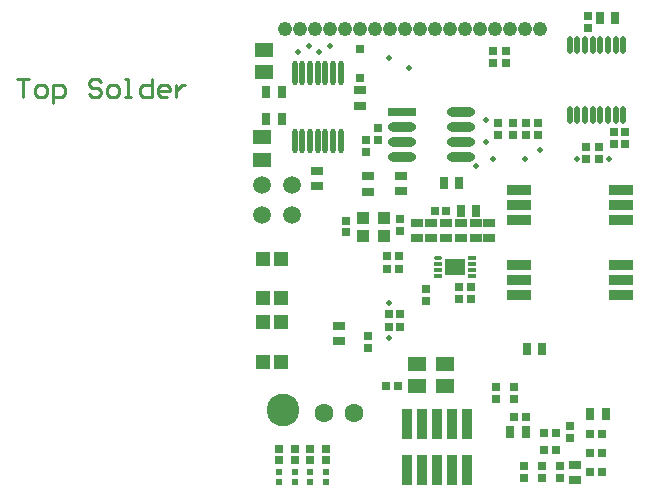
<source format=gts>
G04*
G04 #@! TF.GenerationSoftware,Altium Limited,Altium Designer,20.2.6 (244)*
G04*
G04 Layer_Color=8388736*
%FSLAX24Y24*%
%MOIN*%
G70*
G04*
G04 #@! TF.SameCoordinates,49DCD013-E9FA-4731-AA8E-B93FF918964A*
G04*
G04*
G04 #@! TF.FilePolarity,Negative*
G04*
G01*
G75*
%ADD15C,0.0100*%
%ADD22C,0.0200*%
%ADD31R,0.0236X0.0197*%
%ADD33O,0.0945X0.0315*%
%ADD34R,0.0945X0.0315*%
%ADD35R,0.0689X0.0571*%
%ADD36R,0.0295X0.0118*%
G04:AMPARAMS|DCode=37|XSize=11.8mil|YSize=29.5mil|CornerRadius=5.9mil|HoleSize=0mil|Usage=FLASHONLY|Rotation=270.000|XOffset=0mil|YOffset=0mil|HoleType=Round|Shape=RoundedRectangle|*
%AMROUNDEDRECTD37*
21,1,0.0118,0.0177,0,0,270.0*
21,1,0.0000,0.0295,0,0,270.0*
1,1,0.0118,-0.0089,0.0000*
1,1,0.0118,-0.0089,0.0000*
1,1,0.0118,0.0089,0.0000*
1,1,0.0118,0.0089,0.0000*
%
%ADD37ROUNDEDRECTD37*%
%ADD41R,0.0296X0.0257*%
%ADD42R,0.0296X0.0394*%
%ADD43O,0.0197X0.0591*%
%ADD44R,0.0591X0.0453*%
%ADD45R,0.0453X0.0493*%
%ADD46R,0.0434X0.0394*%
%ADD47O,0.0178X0.0827*%
%ADD48R,0.0591X0.0512*%
%ADD49R,0.0339X0.0985*%
%ADD50R,0.0394X0.0296*%
%ADD51R,0.0792X0.0339*%
%ADD52R,0.0308X0.0260*%
%ADD53R,0.0257X0.0296*%
%ADD54C,0.0480*%
%ADD55C,0.0590*%
%ADD56C,0.0631*%
%ADD57C,0.1090*%
D15*
X-7700Y-3152D02*
X-7301D01*
X-7500D01*
Y-3752D01*
X-7001D02*
X-6801D01*
X-6701Y-3652D01*
Y-3452D01*
X-6801Y-3352D01*
X-7001D01*
X-7101Y-3452D01*
Y-3652D01*
X-7001Y-3752D01*
X-6501Y-3952D02*
Y-3352D01*
X-6201D01*
X-6101Y-3452D01*
Y-3652D01*
X-6201Y-3752D01*
X-6501D01*
X-4901Y-3252D02*
X-5001Y-3152D01*
X-5201D01*
X-5301Y-3252D01*
Y-3352D01*
X-5201Y-3452D01*
X-5001D01*
X-4901Y-3552D01*
Y-3652D01*
X-5001Y-3752D01*
X-5201D01*
X-5301Y-3652D01*
X-4601Y-3752D02*
X-4401D01*
X-4301Y-3652D01*
Y-3452D01*
X-4401Y-3352D01*
X-4601D01*
X-4701Y-3452D01*
Y-3652D01*
X-4601Y-3752D01*
X-4102D02*
X-3902D01*
X-4002D01*
Y-3152D01*
X-4102D01*
X-3202D02*
Y-3752D01*
X-3502D01*
X-3602Y-3652D01*
Y-3452D01*
X-3502Y-3352D01*
X-3202D01*
X-2702Y-3752D02*
X-2902D01*
X-3002Y-3652D01*
Y-3452D01*
X-2902Y-3352D01*
X-2702D01*
X-2602Y-3452D01*
Y-3552D01*
X-3002D01*
X-2402Y-3352D02*
Y-3752D01*
Y-3552D01*
X-2302Y-3452D01*
X-2202Y-3352D01*
X-2102D01*
D22*
X9740Y-5530D02*
D03*
X7930Y-5239D02*
D03*
X8170Y-5830D02*
D03*
X5370Y-2800D02*
D03*
X4710Y-2450D02*
D03*
X4690Y-10630D02*
D03*
X2730Y-2070D02*
D03*
X4690Y-11780D02*
D03*
X2380Y-2240D02*
D03*
X2030Y-2070D02*
D03*
X1680Y-2240D02*
D03*
X7616Y-6050D02*
D03*
X9230Y-5810D02*
D03*
X7950Y-4530D02*
D03*
X10970Y-5830D02*
D03*
X12030Y-5820D02*
D03*
D31*
X2606Y-16594D02*
D03*
Y-16240D02*
D03*
X1556Y-16594D02*
D03*
Y-16240D02*
D03*
X1031Y-16594D02*
D03*
Y-16240D02*
D03*
X2081Y-16594D02*
D03*
Y-16240D02*
D03*
D33*
X7115Y-5739D02*
D03*
Y-5239D02*
D03*
Y-4739D02*
D03*
Y-4239D02*
D03*
X5146Y-5739D02*
D03*
Y-5239D02*
D03*
Y-4739D02*
D03*
D34*
Y-4239D02*
D03*
D35*
X6909Y-9429D02*
D03*
D36*
X7480Y-9134D02*
D03*
Y-9331D02*
D03*
Y-9528D02*
D03*
Y-9724D02*
D03*
X6339D02*
D03*
Y-9528D02*
D03*
Y-9331D02*
D03*
D37*
Y-9134D02*
D03*
D41*
X11330Y-1447D02*
D03*
Y-1053D02*
D03*
X8320Y-5027D02*
D03*
Y-4633D02*
D03*
X4000Y-11713D02*
D03*
Y-12107D02*
D03*
X10748Y-15118D02*
D03*
Y-14724D02*
D03*
X1556Y-15866D02*
D03*
Y-15472D02*
D03*
X1031Y-15866D02*
D03*
Y-15472D02*
D03*
X5079Y-8228D02*
D03*
Y-7835D02*
D03*
X3268Y-7874D02*
D03*
Y-8268D02*
D03*
X8858Y-13425D02*
D03*
Y-13819D02*
D03*
X8268Y-13425D02*
D03*
Y-13819D02*
D03*
X9803Y-16063D02*
D03*
Y-16457D02*
D03*
X9213Y-16063D02*
D03*
Y-16457D02*
D03*
X10394Y-16063D02*
D03*
Y-16457D02*
D03*
X12190Y-4923D02*
D03*
Y-5317D02*
D03*
X12560Y-4913D02*
D03*
Y-5307D02*
D03*
X2081Y-15866D02*
D03*
Y-15472D02*
D03*
X2606Y-15866D02*
D03*
Y-15472D02*
D03*
X3937Y-5591D02*
D03*
Y-5197D02*
D03*
X7420Y-10096D02*
D03*
Y-10490D02*
D03*
X7020Y-10497D02*
D03*
Y-10103D02*
D03*
X4331Y-4803D02*
D03*
Y-5197D02*
D03*
X5950Y-10548D02*
D03*
Y-10155D02*
D03*
X8820Y-5027D02*
D03*
Y-4633D02*
D03*
X9260Y-4633D02*
D03*
Y-5027D02*
D03*
X9680Y-5027D02*
D03*
Y-4633D02*
D03*
X11280Y-5827D02*
D03*
Y-5433D02*
D03*
X11700Y-5827D02*
D03*
Y-5433D02*
D03*
X8610Y-2223D02*
D03*
Y-2617D02*
D03*
X8170Y-2223D02*
D03*
Y-2617D02*
D03*
D42*
X12232Y-1130D02*
D03*
X11720D02*
D03*
X1122Y-3583D02*
D03*
X610D02*
D03*
X7087Y-7559D02*
D03*
X7598D02*
D03*
X8740Y-14921D02*
D03*
X9252D02*
D03*
X11417Y-14331D02*
D03*
X11929D02*
D03*
X9291Y-12165D02*
D03*
X9803D02*
D03*
X6535Y-6614D02*
D03*
X7047D02*
D03*
X610Y-4488D02*
D03*
X1122D02*
D03*
D43*
X11488Y-2020D02*
D03*
X12512D02*
D03*
X12256D02*
D03*
X12000D02*
D03*
X11744D02*
D03*
X11232D02*
D03*
X10976D02*
D03*
X10720D02*
D03*
X12512Y-4343D02*
D03*
X12256D02*
D03*
X12000D02*
D03*
X11744D02*
D03*
X11488D02*
D03*
X11232D02*
D03*
X10976D02*
D03*
X10720D02*
D03*
D44*
X551Y-2185D02*
D03*
Y-2933D02*
D03*
X472Y-5098D02*
D03*
Y-5846D02*
D03*
D45*
X1088Y-9144D02*
D03*
X502Y-9144D02*
D03*
X1088Y-10463D02*
D03*
X502D02*
D03*
X1088Y-11270D02*
D03*
X502Y-11270D02*
D03*
X1088Y-12589D02*
D03*
X502D02*
D03*
D46*
X4547Y-7776D02*
D03*
X3819D02*
D03*
Y-8386D02*
D03*
X4547D02*
D03*
D47*
X1555Y-5236D02*
D03*
X1811D02*
D03*
X2067D02*
D03*
X2323D02*
D03*
X2579D02*
D03*
X2835D02*
D03*
X3091D02*
D03*
X1555Y-2953D02*
D03*
X1811D02*
D03*
X2067D02*
D03*
X2323D02*
D03*
X2579D02*
D03*
X2835D02*
D03*
X3091D02*
D03*
D48*
X5630Y-12638D02*
D03*
X6575D02*
D03*
Y-13386D02*
D03*
X5630D02*
D03*
D49*
X7299Y-14665D02*
D03*
Y-16201D02*
D03*
X6799Y-14665D02*
D03*
Y-16201D02*
D03*
X6299Y-14665D02*
D03*
Y-16201D02*
D03*
X5799Y-14665D02*
D03*
Y-16201D02*
D03*
X5299D02*
D03*
Y-14665D02*
D03*
D50*
X8031Y-8465D02*
D03*
Y-7953D02*
D03*
X3730Y-3528D02*
D03*
Y-4040D02*
D03*
X6614Y-7953D02*
D03*
Y-8465D02*
D03*
X7087Y-7953D02*
D03*
Y-8465D02*
D03*
X10906Y-16024D02*
D03*
Y-16535D02*
D03*
X2300Y-6732D02*
D03*
Y-6220D02*
D03*
X5118Y-6378D02*
D03*
Y-6890D02*
D03*
X7598Y-7953D02*
D03*
Y-8465D02*
D03*
X3031Y-11890D02*
D03*
Y-11378D02*
D03*
X5630Y-7953D02*
D03*
Y-8465D02*
D03*
X6102Y-7953D02*
D03*
Y-8465D02*
D03*
X4016Y-6398D02*
D03*
Y-6909D02*
D03*
D51*
X9050Y-7350D02*
D03*
Y-6850D02*
D03*
Y-10350D02*
D03*
Y-9850D02*
D03*
X12450Y-7350D02*
D03*
Y-7850D02*
D03*
Y-6850D02*
D03*
Y-9350D02*
D03*
Y-10350D02*
D03*
Y-9850D02*
D03*
X9050Y-9350D02*
D03*
Y-7850D02*
D03*
D52*
X3730Y-2170D02*
D03*
Y-3130D02*
D03*
D53*
X10276Y-14961D02*
D03*
X9882D02*
D03*
X6614Y-7559D02*
D03*
X6220D02*
D03*
X5000Y-13386D02*
D03*
X4606D02*
D03*
X8858Y-14409D02*
D03*
X9252D02*
D03*
X11417Y-15630D02*
D03*
X11811D02*
D03*
X11417Y-16260D02*
D03*
X11811D02*
D03*
X11417Y-15000D02*
D03*
X11811D02*
D03*
X4685Y-10984D02*
D03*
X5079D02*
D03*
X4685Y-11417D02*
D03*
X5079D02*
D03*
X5039Y-9055D02*
D03*
X4646D02*
D03*
X5039Y-9488D02*
D03*
X4646D02*
D03*
X9882Y-15512D02*
D03*
X10276D02*
D03*
D54*
X7738Y-1493D02*
D03*
X1238D02*
D03*
X1738D02*
D03*
X2238D02*
D03*
X2738D02*
D03*
X3238D02*
D03*
X3738D02*
D03*
X4238D02*
D03*
X4738D02*
D03*
X5238D02*
D03*
X5738D02*
D03*
X6238D02*
D03*
X6738D02*
D03*
X7238D02*
D03*
X9238D02*
D03*
X8738D02*
D03*
X8238D02*
D03*
X9738D02*
D03*
D55*
X1457Y-7677D02*
D03*
X457D02*
D03*
X1457Y-6677D02*
D03*
X457D02*
D03*
D56*
X3543Y-14291D02*
D03*
X2543D02*
D03*
D57*
X1181Y-14173D02*
D03*
M02*

</source>
